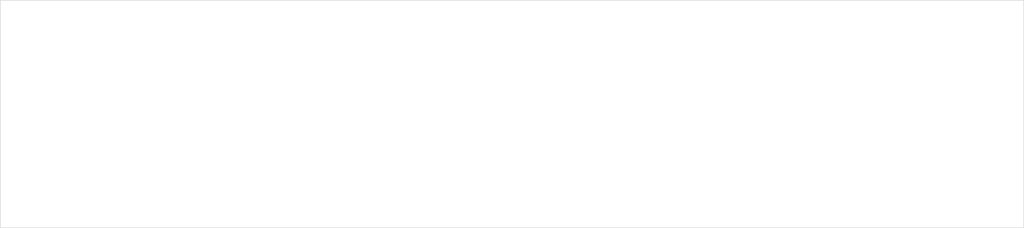
<source format=kicad_pcb>
(kicad_pcb (version 20221018) (generator pcbnew)

  (general
    (thickness 1.6)
  )

  (paper "A4")
  (layers
    (0 "F.Cu" signal)
    (31 "B.Cu" signal)
    (32 "B.Adhes" user "B.Adhesive")
    (33 "F.Adhes" user "F.Adhesive")
    (34 "B.Paste" user)
    (35 "F.Paste" user)
    (36 "B.SilkS" user "B.Silkscreen")
    (37 "F.SilkS" user "F.Silkscreen")
    (38 "B.Mask" user)
    (39 "F.Mask" user)
    (40 "Dwgs.User" user "User.Drawings")
    (41 "Cmts.User" user "User.Comments")
    (42 "Eco1.User" user "User.Eco1")
    (43 "Eco2.User" user "User.Eco2")
    (44 "Edge.Cuts" user)
    (45 "Margin" user)
    (46 "B.CrtYd" user "B.Courtyard")
    (47 "F.CrtYd" user "F.Courtyard")
    (48 "B.Fab" user)
    (49 "F.Fab" user)
    (50 "User.1" user)
    (51 "User.2" user)
    (52 "User.3" user)
    (53 "User.4" user)
    (54 "User.5" user)
    (55 "User.6" user)
    (56 "User.7" user)
    (57 "User.8" user)
    (58 "User.9" user)
  )

  (setup
    (pad_to_mask_clearance 0)
    (pcbplotparams
      (layerselection 0x00010fc_ffffffff)
      (plot_on_all_layers_selection 0x0000000_00000000)
      (disableapertmacros false)
      (usegerberextensions false)
      (usegerberattributes true)
      (usegerberadvancedattributes true)
      (creategerberjobfile true)
      (dashed_line_dash_ratio 12.000000)
      (dashed_line_gap_ratio 3.000000)
      (svgprecision 4)
      (plotframeref false)
      (viasonmask false)
      (mode 1)
      (useauxorigin false)
      (hpglpennumber 1)
      (hpglpenspeed 20)
      (hpglpendiameter 15.000000)
      (dxfpolygonmode true)
      (dxfimperialunits true)
      (dxfusepcbnewfont true)
      (psnegative false)
      (psa4output false)
      (plotreference true)
      (plotvalue true)
      (plotinvisibletext false)
      (sketchpadsonfab false)
      (subtractmaskfromsilk false)
      (outputformat 1)
      (mirror false)
      (drillshape 1)
      (scaleselection 1)
      (outputdirectory "")
    )
  )

  (net 0 "")

  (gr_rect (start 56 80) (end 236 120)
    (stroke (width 0.1) (type default)) (fill none) (layer "Edge.Cuts") (tstamp a7a7fe5a-88ac-48ec-acbf-05bb816c1d90))

)

</source>
